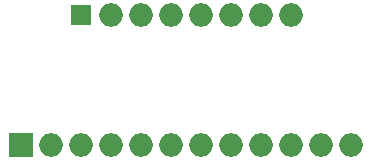
<source format=gbr>
%TF.GenerationSoftware,KiCad,Pcbnew,7.99.0-3522-gc5520b3eef-dirty*%
%TF.CreationDate,2023-11-19T20:47:48+00:00*%
%TF.ProjectId,display module,64697370-6c61-4792-906d-6f64756c652e,rev?*%
%TF.SameCoordinates,Original*%
%TF.FileFunction,Soldermask,Bot*%
%TF.FilePolarity,Negative*%
%FSLAX46Y46*%
G04 Gerber Fmt 4.6, Leading zero omitted, Abs format (unit mm)*
G04 Created by KiCad (PCBNEW 7.99.0-3522-gc5520b3eef-dirty) date 2023-11-19 20:47:48*
%MOMM*%
%LPD*%
G01*
G04 APERTURE LIST*
%ADD10R,2.000000X2.000000*%
%ADD11O,2.000000X2.000000*%
%ADD12R,1.700000X1.700000*%
G04 APERTURE END LIST*
D10*
%TO.C,J2*%
X144000000Y-61600000D03*
D11*
X146540000Y-61600000D03*
X149080000Y-61600000D03*
X151620000Y-61600000D03*
X154160000Y-61600000D03*
X156700000Y-61600000D03*
X159240000Y-61600000D03*
X161780000Y-61600000D03*
X164320000Y-61600000D03*
X166860000Y-61600000D03*
X169400000Y-61600000D03*
X171940000Y-61600000D03*
%TD*%
D12*
%TO.C,J1*%
X149100000Y-50600000D03*
D11*
X151640000Y-50600000D03*
X154180000Y-50600000D03*
X156720000Y-50600000D03*
X159260000Y-50600000D03*
X161800000Y-50600000D03*
X164340000Y-50600000D03*
X166880000Y-50600000D03*
%TD*%
M02*

</source>
